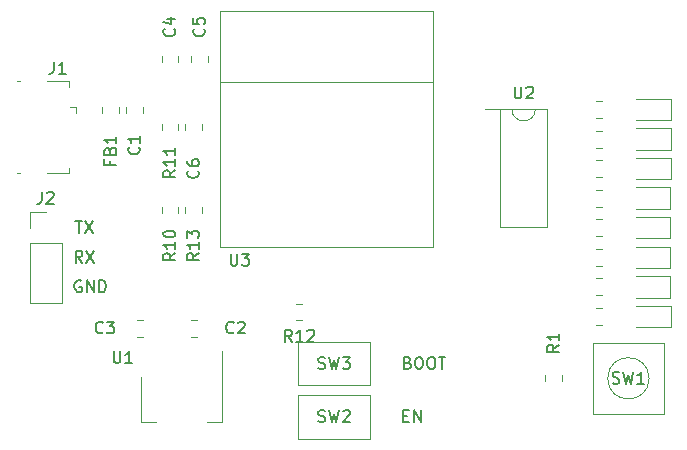
<source format=gbr>
G04 #@! TF.GenerationSoftware,KiCad,Pcbnew,(5.1.4)-1*
G04 #@! TF.CreationDate,2019-11-22T12:20:50+01:00*
G04 #@! TF.ProjectId,PacketVis,5061636b-6574-4566-9973-2e6b69636164,A01*
G04 #@! TF.SameCoordinates,Original*
G04 #@! TF.FileFunction,Legend,Top*
G04 #@! TF.FilePolarity,Positive*
%FSLAX46Y46*%
G04 Gerber Fmt 4.6, Leading zero omitted, Abs format (unit mm)*
G04 Created by KiCad (PCBNEW (5.1.4)-1) date 2019-11-22 12:20:50*
%MOMM*%
%LPD*%
G04 APERTURE LIST*
%ADD10C,0.150000*%
%ADD11C,0.200000*%
%ADD12C,0.120000*%
G04 APERTURE END LIST*
D10*
X187668095Y-98500000D02*
X187572857Y-98452380D01*
X187430000Y-98452380D01*
X187287142Y-98500000D01*
X187191904Y-98595238D01*
X187144285Y-98690476D01*
X187096666Y-98880952D01*
X187096666Y-99023809D01*
X187144285Y-99214285D01*
X187191904Y-99309523D01*
X187287142Y-99404761D01*
X187430000Y-99452380D01*
X187525238Y-99452380D01*
X187668095Y-99404761D01*
X187715714Y-99357142D01*
X187715714Y-99023809D01*
X187525238Y-99023809D01*
X188144285Y-99452380D02*
X188144285Y-98452380D01*
X188715714Y-99452380D01*
X188715714Y-98452380D01*
X189191904Y-99452380D02*
X189191904Y-98452380D01*
X189430000Y-98452380D01*
X189572857Y-98500000D01*
X189668095Y-98595238D01*
X189715714Y-98690476D01*
X189763333Y-98880952D01*
X189763333Y-99023809D01*
X189715714Y-99214285D01*
X189668095Y-99309523D01*
X189572857Y-99404761D01*
X189430000Y-99452380D01*
X189191904Y-99452380D01*
X187763333Y-96952380D02*
X187430000Y-96476190D01*
X187191904Y-96952380D02*
X187191904Y-95952380D01*
X187572857Y-95952380D01*
X187668095Y-96000000D01*
X187715714Y-96047619D01*
X187763333Y-96142857D01*
X187763333Y-96285714D01*
X187715714Y-96380952D01*
X187668095Y-96428571D01*
X187572857Y-96476190D01*
X187191904Y-96476190D01*
X188096666Y-95952380D02*
X188763333Y-96952380D01*
X188763333Y-95952380D02*
X188096666Y-96952380D01*
X187168095Y-93452380D02*
X187739523Y-93452380D01*
X187453809Y-94452380D02*
X187453809Y-93452380D01*
X187977619Y-93452380D02*
X188644285Y-94452380D01*
X188644285Y-93452380D02*
X187977619Y-94452380D01*
D11*
X214941904Y-109928571D02*
X215275238Y-109928571D01*
X215418095Y-110452380D02*
X214941904Y-110452380D01*
X214941904Y-109452380D01*
X215418095Y-109452380D01*
X215846666Y-110452380D02*
X215846666Y-109452380D01*
X216418095Y-110452380D01*
X216418095Y-109452380D01*
X215322857Y-105428571D02*
X215465714Y-105476190D01*
X215513333Y-105523809D01*
X215560952Y-105619047D01*
X215560952Y-105761904D01*
X215513333Y-105857142D01*
X215465714Y-105904761D01*
X215370476Y-105952380D01*
X214989523Y-105952380D01*
X214989523Y-104952380D01*
X215322857Y-104952380D01*
X215418095Y-105000000D01*
X215465714Y-105047619D01*
X215513333Y-105142857D01*
X215513333Y-105238095D01*
X215465714Y-105333333D01*
X215418095Y-105380952D01*
X215322857Y-105428571D01*
X214989523Y-105428571D01*
X216180000Y-104952380D02*
X216370476Y-104952380D01*
X216465714Y-105000000D01*
X216560952Y-105095238D01*
X216608571Y-105285714D01*
X216608571Y-105619047D01*
X216560952Y-105809523D01*
X216465714Y-105904761D01*
X216370476Y-105952380D01*
X216180000Y-105952380D01*
X216084761Y-105904761D01*
X215989523Y-105809523D01*
X215941904Y-105619047D01*
X215941904Y-105285714D01*
X215989523Y-105095238D01*
X216084761Y-105000000D01*
X216180000Y-104952380D01*
X217227619Y-104952380D02*
X217418095Y-104952380D01*
X217513333Y-105000000D01*
X217608571Y-105095238D01*
X217656190Y-105285714D01*
X217656190Y-105619047D01*
X217608571Y-105809523D01*
X217513333Y-105904761D01*
X217418095Y-105952380D01*
X217227619Y-105952380D01*
X217132380Y-105904761D01*
X217037142Y-105809523D01*
X216989523Y-105619047D01*
X216989523Y-105285714D01*
X217037142Y-105095238D01*
X217132380Y-105000000D01*
X217227619Y-104952380D01*
X217941904Y-104952380D02*
X218513333Y-104952380D01*
X218227619Y-105952380D02*
X218227619Y-104952380D01*
D12*
X199430000Y-81650000D02*
X217430000Y-81650000D01*
X217430000Y-75650000D02*
X199430000Y-75650000D01*
X217430000Y-95650000D02*
X217430000Y-75650000D01*
X199430000Y-95650000D02*
X217430000Y-95650000D01*
X199430000Y-75650000D02*
X199430000Y-95650000D01*
X223130000Y-83945000D02*
X221880000Y-83945000D01*
X226130000Y-83945000D02*
G75*
G02X224130000Y-83945000I-1000000J0D01*
G01*
X223130000Y-93945000D02*
X223130000Y-83945000D01*
X223130000Y-83945000D02*
X227130000Y-83945000D01*
X227130000Y-83945000D02*
X227130000Y-93945000D01*
X227130000Y-93945000D02*
X223130000Y-93945000D01*
X206030000Y-107350000D02*
X206030000Y-103650000D01*
X206030000Y-103650000D02*
X212130000Y-103650000D01*
X212130000Y-103650000D02*
X212130000Y-107350000D01*
X212130000Y-107350000D02*
X206030000Y-107350000D01*
X209080000Y-103650000D02*
X212130000Y-103650000D01*
X206030000Y-111850000D02*
X206030000Y-108150000D01*
X206030000Y-108150000D02*
X212130000Y-108150000D01*
X212130000Y-108150000D02*
X212130000Y-111850000D01*
X212130000Y-111850000D02*
X206030000Y-111850000D01*
X209080000Y-108150000D02*
X212130000Y-108150000D01*
X231000000Y-103750000D02*
X237000000Y-103750000D01*
X237000000Y-103750000D02*
X237000000Y-109750000D01*
X231000000Y-109750000D02*
X231000000Y-103750000D01*
X235750000Y-106750000D02*
G75*
G03X235750000Y-106750000I-1750000J0D01*
G01*
X237000000Y-109750000D02*
X231000000Y-109750000D01*
X189470000Y-83741422D02*
X189470000Y-84258578D01*
X190890000Y-83741422D02*
X190890000Y-84258578D01*
X199590000Y-104400000D02*
X199590000Y-110410000D01*
X192770000Y-106650000D02*
X192770000Y-110410000D01*
X199590000Y-110410000D02*
X198330000Y-110410000D01*
X192770000Y-110410000D02*
X194030000Y-110410000D01*
X195890000Y-92758578D02*
X195890000Y-92241422D01*
X194470000Y-92758578D02*
X194470000Y-92241422D01*
X228390000Y-107008578D02*
X228390000Y-106491422D01*
X226970000Y-107008578D02*
X226970000Y-106491422D01*
X195890000Y-85758578D02*
X195890000Y-85241422D01*
X194470000Y-85758578D02*
X194470000Y-85241422D01*
X196470000Y-92241422D02*
X196470000Y-92758578D01*
X197890000Y-92241422D02*
X197890000Y-92758578D01*
X206388578Y-100420000D02*
X205871422Y-100420000D01*
X206388578Y-101840000D02*
X205871422Y-101840000D01*
X183350000Y-92670000D02*
X184680000Y-92670000D01*
X183350000Y-94000000D02*
X183350000Y-92670000D01*
X183350000Y-95270000D02*
X186010000Y-95270000D01*
X186010000Y-95270000D02*
X186010000Y-100410000D01*
X183350000Y-95270000D02*
X183350000Y-100410000D01*
X183350000Y-100410000D02*
X186010000Y-100410000D01*
X187192500Y-83800000D02*
X186742500Y-83800000D01*
X187192500Y-83800000D02*
X187192500Y-84250000D01*
X186642500Y-89400000D02*
X186642500Y-88950000D01*
X184792500Y-89400000D02*
X186642500Y-89400000D01*
X182242500Y-81600000D02*
X182492500Y-81600000D01*
X182242500Y-89400000D02*
X182492500Y-89400000D01*
X184792500Y-81600000D02*
X186642500Y-81600000D01*
X186642500Y-81600000D02*
X186642500Y-82050000D01*
X196983922Y-103210000D02*
X197501078Y-103210000D01*
X196983922Y-101790000D02*
X197501078Y-101790000D01*
X196470000Y-85241422D02*
X196470000Y-85758578D01*
X197890000Y-85241422D02*
X197890000Y-85758578D01*
X192938578Y-101790000D02*
X192421422Y-101790000D01*
X192938578Y-103210000D02*
X192421422Y-103210000D01*
X191470000Y-83741422D02*
X191470000Y-84258578D01*
X192890000Y-83741422D02*
X192890000Y-84258578D01*
X198390000Y-80008578D02*
X198390000Y-79491422D01*
X196970000Y-80008578D02*
X196970000Y-79491422D01*
X195890000Y-80008578D02*
X195890000Y-79491422D01*
X194470000Y-80008578D02*
X194470000Y-79491422D01*
X231251422Y-102210000D02*
X231768578Y-102210000D01*
X231251422Y-100790000D02*
X231768578Y-100790000D01*
X231251422Y-99710000D02*
X231768578Y-99710000D01*
X231251422Y-98290000D02*
X231768578Y-98290000D01*
X231251422Y-97210000D02*
X231768578Y-97210000D01*
X231251422Y-95790000D02*
X231768578Y-95790000D01*
X231251422Y-94710000D02*
X231768578Y-94710000D01*
X231251422Y-93290000D02*
X231768578Y-93290000D01*
X231251422Y-92210000D02*
X231768578Y-92210000D01*
X231251422Y-90790000D02*
X231768578Y-90790000D01*
X231251422Y-89710000D02*
X231768578Y-89710000D01*
X231251422Y-88290000D02*
X231768578Y-88290000D01*
X231251422Y-87210000D02*
X231768578Y-87210000D01*
X231251422Y-85790000D02*
X231768578Y-85790000D01*
X231251422Y-84710000D02*
X231768578Y-84710000D01*
X231251422Y-83290000D02*
X231768578Y-83290000D01*
X237565000Y-83090000D02*
X234680000Y-83090000D01*
X237565000Y-84910000D02*
X237565000Y-83090000D01*
X234680000Y-84910000D02*
X237565000Y-84910000D01*
X237565000Y-100590000D02*
X234680000Y-100590000D01*
X237565000Y-102410000D02*
X237565000Y-100590000D01*
X234680000Y-102410000D02*
X237565000Y-102410000D01*
X237527500Y-98090000D02*
X234642500Y-98090000D01*
X237527500Y-99910000D02*
X237527500Y-98090000D01*
X234642500Y-99910000D02*
X237527500Y-99910000D01*
X237527500Y-95590000D02*
X234642500Y-95590000D01*
X237527500Y-97410000D02*
X237527500Y-95590000D01*
X234642500Y-97410000D02*
X237527500Y-97410000D01*
X237527500Y-93090000D02*
X234642500Y-93090000D01*
X237527500Y-94910000D02*
X237527500Y-93090000D01*
X234642500Y-94910000D02*
X237527500Y-94910000D01*
X237527500Y-90590000D02*
X234642500Y-90590000D01*
X237527500Y-92410000D02*
X237527500Y-90590000D01*
X234642500Y-92410000D02*
X237527500Y-92410000D01*
X237565000Y-88090000D02*
X234680000Y-88090000D01*
X237565000Y-89910000D02*
X237565000Y-88090000D01*
X234680000Y-89910000D02*
X237565000Y-89910000D01*
X237565000Y-85590000D02*
X234680000Y-85590000D01*
X237565000Y-87410000D02*
X237565000Y-85590000D01*
X234680000Y-87410000D02*
X237565000Y-87410000D01*
D10*
X200318095Y-96202380D02*
X200318095Y-97011904D01*
X200365714Y-97107142D01*
X200413333Y-97154761D01*
X200508571Y-97202380D01*
X200699047Y-97202380D01*
X200794285Y-97154761D01*
X200841904Y-97107142D01*
X200889523Y-97011904D01*
X200889523Y-96202380D01*
X201270476Y-96202380D02*
X201889523Y-96202380D01*
X201556190Y-96583333D01*
X201699047Y-96583333D01*
X201794285Y-96630952D01*
X201841904Y-96678571D01*
X201889523Y-96773809D01*
X201889523Y-97011904D01*
X201841904Y-97107142D01*
X201794285Y-97154761D01*
X201699047Y-97202380D01*
X201413333Y-97202380D01*
X201318095Y-97154761D01*
X201270476Y-97107142D01*
X224368095Y-82047380D02*
X224368095Y-82856904D01*
X224415714Y-82952142D01*
X224463333Y-82999761D01*
X224558571Y-83047380D01*
X224749047Y-83047380D01*
X224844285Y-82999761D01*
X224891904Y-82952142D01*
X224939523Y-82856904D01*
X224939523Y-82047380D01*
X225368095Y-82142619D02*
X225415714Y-82095000D01*
X225510952Y-82047380D01*
X225749047Y-82047380D01*
X225844285Y-82095000D01*
X225891904Y-82142619D01*
X225939523Y-82237857D01*
X225939523Y-82333095D01*
X225891904Y-82475952D01*
X225320476Y-83047380D01*
X225939523Y-83047380D01*
X207746666Y-105904761D02*
X207889523Y-105952380D01*
X208127619Y-105952380D01*
X208222857Y-105904761D01*
X208270476Y-105857142D01*
X208318095Y-105761904D01*
X208318095Y-105666666D01*
X208270476Y-105571428D01*
X208222857Y-105523809D01*
X208127619Y-105476190D01*
X207937142Y-105428571D01*
X207841904Y-105380952D01*
X207794285Y-105333333D01*
X207746666Y-105238095D01*
X207746666Y-105142857D01*
X207794285Y-105047619D01*
X207841904Y-105000000D01*
X207937142Y-104952380D01*
X208175238Y-104952380D01*
X208318095Y-105000000D01*
X208651428Y-104952380D02*
X208889523Y-105952380D01*
X209080000Y-105238095D01*
X209270476Y-105952380D01*
X209508571Y-104952380D01*
X209794285Y-104952380D02*
X210413333Y-104952380D01*
X210080000Y-105333333D01*
X210222857Y-105333333D01*
X210318095Y-105380952D01*
X210365714Y-105428571D01*
X210413333Y-105523809D01*
X210413333Y-105761904D01*
X210365714Y-105857142D01*
X210318095Y-105904761D01*
X210222857Y-105952380D01*
X209937142Y-105952380D01*
X209841904Y-105904761D01*
X209794285Y-105857142D01*
X207746666Y-110404761D02*
X207889523Y-110452380D01*
X208127619Y-110452380D01*
X208222857Y-110404761D01*
X208270476Y-110357142D01*
X208318095Y-110261904D01*
X208318095Y-110166666D01*
X208270476Y-110071428D01*
X208222857Y-110023809D01*
X208127619Y-109976190D01*
X207937142Y-109928571D01*
X207841904Y-109880952D01*
X207794285Y-109833333D01*
X207746666Y-109738095D01*
X207746666Y-109642857D01*
X207794285Y-109547619D01*
X207841904Y-109500000D01*
X207937142Y-109452380D01*
X208175238Y-109452380D01*
X208318095Y-109500000D01*
X208651428Y-109452380D02*
X208889523Y-110452380D01*
X209080000Y-109738095D01*
X209270476Y-110452380D01*
X209508571Y-109452380D01*
X209841904Y-109547619D02*
X209889523Y-109500000D01*
X209984761Y-109452380D01*
X210222857Y-109452380D01*
X210318095Y-109500000D01*
X210365714Y-109547619D01*
X210413333Y-109642857D01*
X210413333Y-109738095D01*
X210365714Y-109880952D01*
X209794285Y-110452380D01*
X210413333Y-110452380D01*
X232666666Y-107154761D02*
X232809523Y-107202380D01*
X233047619Y-107202380D01*
X233142857Y-107154761D01*
X233190476Y-107107142D01*
X233238095Y-107011904D01*
X233238095Y-106916666D01*
X233190476Y-106821428D01*
X233142857Y-106773809D01*
X233047619Y-106726190D01*
X232857142Y-106678571D01*
X232761904Y-106630952D01*
X232714285Y-106583333D01*
X232666666Y-106488095D01*
X232666666Y-106392857D01*
X232714285Y-106297619D01*
X232761904Y-106250000D01*
X232857142Y-106202380D01*
X233095238Y-106202380D01*
X233238095Y-106250000D01*
X233571428Y-106202380D02*
X233809523Y-107202380D01*
X234000000Y-106488095D01*
X234190476Y-107202380D01*
X234428571Y-106202380D01*
X235333333Y-107202380D02*
X234761904Y-107202380D01*
X235047619Y-107202380D02*
X235047619Y-106202380D01*
X234952380Y-106345238D01*
X234857142Y-106440476D01*
X234761904Y-106488095D01*
X190108571Y-88333333D02*
X190108571Y-88666666D01*
X190632380Y-88666666D02*
X189632380Y-88666666D01*
X189632380Y-88190476D01*
X190108571Y-87476190D02*
X190156190Y-87333333D01*
X190203809Y-87285714D01*
X190299047Y-87238095D01*
X190441904Y-87238095D01*
X190537142Y-87285714D01*
X190584761Y-87333333D01*
X190632380Y-87428571D01*
X190632380Y-87809523D01*
X189632380Y-87809523D01*
X189632380Y-87476190D01*
X189680000Y-87380952D01*
X189727619Y-87333333D01*
X189822857Y-87285714D01*
X189918095Y-87285714D01*
X190013333Y-87333333D01*
X190060952Y-87380952D01*
X190108571Y-87476190D01*
X190108571Y-87809523D01*
X190632380Y-86285714D02*
X190632380Y-86857142D01*
X190632380Y-86571428D02*
X189632380Y-86571428D01*
X189775238Y-86666666D01*
X189870476Y-86761904D01*
X189918095Y-86857142D01*
X190418095Y-104452380D02*
X190418095Y-105261904D01*
X190465714Y-105357142D01*
X190513333Y-105404761D01*
X190608571Y-105452380D01*
X190799047Y-105452380D01*
X190894285Y-105404761D01*
X190941904Y-105357142D01*
X190989523Y-105261904D01*
X190989523Y-104452380D01*
X191989523Y-105452380D02*
X191418095Y-105452380D01*
X191703809Y-105452380D02*
X191703809Y-104452380D01*
X191608571Y-104595238D01*
X191513333Y-104690476D01*
X191418095Y-104738095D01*
X195632380Y-96142857D02*
X195156190Y-96476190D01*
X195632380Y-96714285D02*
X194632380Y-96714285D01*
X194632380Y-96333333D01*
X194680000Y-96238095D01*
X194727619Y-96190476D01*
X194822857Y-96142857D01*
X194965714Y-96142857D01*
X195060952Y-96190476D01*
X195108571Y-96238095D01*
X195156190Y-96333333D01*
X195156190Y-96714285D01*
X195632380Y-95190476D02*
X195632380Y-95761904D01*
X195632380Y-95476190D02*
X194632380Y-95476190D01*
X194775238Y-95571428D01*
X194870476Y-95666666D01*
X194918095Y-95761904D01*
X194632380Y-94571428D02*
X194632380Y-94476190D01*
X194680000Y-94380952D01*
X194727619Y-94333333D01*
X194822857Y-94285714D01*
X195013333Y-94238095D01*
X195251428Y-94238095D01*
X195441904Y-94285714D01*
X195537142Y-94333333D01*
X195584761Y-94380952D01*
X195632380Y-94476190D01*
X195632380Y-94571428D01*
X195584761Y-94666666D01*
X195537142Y-94714285D01*
X195441904Y-94761904D01*
X195251428Y-94809523D01*
X195013333Y-94809523D01*
X194822857Y-94761904D01*
X194727619Y-94714285D01*
X194680000Y-94666666D01*
X194632380Y-94571428D01*
X228132380Y-103916666D02*
X227656190Y-104250000D01*
X228132380Y-104488095D02*
X227132380Y-104488095D01*
X227132380Y-104107142D01*
X227180000Y-104011904D01*
X227227619Y-103964285D01*
X227322857Y-103916666D01*
X227465714Y-103916666D01*
X227560952Y-103964285D01*
X227608571Y-104011904D01*
X227656190Y-104107142D01*
X227656190Y-104488095D01*
X228132380Y-102964285D02*
X228132380Y-103535714D01*
X228132380Y-103250000D02*
X227132380Y-103250000D01*
X227275238Y-103345238D01*
X227370476Y-103440476D01*
X227418095Y-103535714D01*
X195632380Y-89142857D02*
X195156190Y-89476190D01*
X195632380Y-89714285D02*
X194632380Y-89714285D01*
X194632380Y-89333333D01*
X194680000Y-89238095D01*
X194727619Y-89190476D01*
X194822857Y-89142857D01*
X194965714Y-89142857D01*
X195060952Y-89190476D01*
X195108571Y-89238095D01*
X195156190Y-89333333D01*
X195156190Y-89714285D01*
X195632380Y-88190476D02*
X195632380Y-88761904D01*
X195632380Y-88476190D02*
X194632380Y-88476190D01*
X194775238Y-88571428D01*
X194870476Y-88666666D01*
X194918095Y-88761904D01*
X195632380Y-87238095D02*
X195632380Y-87809523D01*
X195632380Y-87523809D02*
X194632380Y-87523809D01*
X194775238Y-87619047D01*
X194870476Y-87714285D01*
X194918095Y-87809523D01*
X197632380Y-96142857D02*
X197156190Y-96476190D01*
X197632380Y-96714285D02*
X196632380Y-96714285D01*
X196632380Y-96333333D01*
X196680000Y-96238095D01*
X196727619Y-96190476D01*
X196822857Y-96142857D01*
X196965714Y-96142857D01*
X197060952Y-96190476D01*
X197108571Y-96238095D01*
X197156190Y-96333333D01*
X197156190Y-96714285D01*
X197632380Y-95190476D02*
X197632380Y-95761904D01*
X197632380Y-95476190D02*
X196632380Y-95476190D01*
X196775238Y-95571428D01*
X196870476Y-95666666D01*
X196918095Y-95761904D01*
X196632380Y-94857142D02*
X196632380Y-94238095D01*
X197013333Y-94571428D01*
X197013333Y-94428571D01*
X197060952Y-94333333D01*
X197108571Y-94285714D01*
X197203809Y-94238095D01*
X197441904Y-94238095D01*
X197537142Y-94285714D01*
X197584761Y-94333333D01*
X197632380Y-94428571D01*
X197632380Y-94714285D01*
X197584761Y-94809523D01*
X197537142Y-94857142D01*
X205487142Y-103652380D02*
X205153809Y-103176190D01*
X204915714Y-103652380D02*
X204915714Y-102652380D01*
X205296666Y-102652380D01*
X205391904Y-102700000D01*
X205439523Y-102747619D01*
X205487142Y-102842857D01*
X205487142Y-102985714D01*
X205439523Y-103080952D01*
X205391904Y-103128571D01*
X205296666Y-103176190D01*
X204915714Y-103176190D01*
X206439523Y-103652380D02*
X205868095Y-103652380D01*
X206153809Y-103652380D02*
X206153809Y-102652380D01*
X206058571Y-102795238D01*
X205963333Y-102890476D01*
X205868095Y-102938095D01*
X206820476Y-102747619D02*
X206868095Y-102700000D01*
X206963333Y-102652380D01*
X207201428Y-102652380D01*
X207296666Y-102700000D01*
X207344285Y-102747619D01*
X207391904Y-102842857D01*
X207391904Y-102938095D01*
X207344285Y-103080952D01*
X206772857Y-103652380D01*
X207391904Y-103652380D01*
X184346666Y-90952380D02*
X184346666Y-91666666D01*
X184299047Y-91809523D01*
X184203809Y-91904761D01*
X184060952Y-91952380D01*
X183965714Y-91952380D01*
X184775238Y-91047619D02*
X184822857Y-91000000D01*
X184918095Y-90952380D01*
X185156190Y-90952380D01*
X185251428Y-91000000D01*
X185299047Y-91047619D01*
X185346666Y-91142857D01*
X185346666Y-91238095D01*
X185299047Y-91380952D01*
X184727619Y-91952380D01*
X185346666Y-91952380D01*
X185346666Y-79952380D02*
X185346666Y-80666666D01*
X185299047Y-80809523D01*
X185203809Y-80904761D01*
X185060952Y-80952380D01*
X184965714Y-80952380D01*
X186346666Y-80952380D02*
X185775238Y-80952380D01*
X186060952Y-80952380D02*
X186060952Y-79952380D01*
X185965714Y-80095238D01*
X185870476Y-80190476D01*
X185775238Y-80238095D01*
X200575833Y-102857142D02*
X200528214Y-102904761D01*
X200385357Y-102952380D01*
X200290119Y-102952380D01*
X200147261Y-102904761D01*
X200052023Y-102809523D01*
X200004404Y-102714285D01*
X199956785Y-102523809D01*
X199956785Y-102380952D01*
X200004404Y-102190476D01*
X200052023Y-102095238D01*
X200147261Y-102000000D01*
X200290119Y-101952380D01*
X200385357Y-101952380D01*
X200528214Y-102000000D01*
X200575833Y-102047619D01*
X200956785Y-102047619D02*
X201004404Y-102000000D01*
X201099642Y-101952380D01*
X201337738Y-101952380D01*
X201432976Y-102000000D01*
X201480595Y-102047619D01*
X201528214Y-102142857D01*
X201528214Y-102238095D01*
X201480595Y-102380952D01*
X200909166Y-102952380D01*
X201528214Y-102952380D01*
X197537142Y-89166666D02*
X197584761Y-89214285D01*
X197632380Y-89357142D01*
X197632380Y-89452380D01*
X197584761Y-89595238D01*
X197489523Y-89690476D01*
X197394285Y-89738095D01*
X197203809Y-89785714D01*
X197060952Y-89785714D01*
X196870476Y-89738095D01*
X196775238Y-89690476D01*
X196680000Y-89595238D01*
X196632380Y-89452380D01*
X196632380Y-89357142D01*
X196680000Y-89214285D01*
X196727619Y-89166666D01*
X196632380Y-88309523D02*
X196632380Y-88500000D01*
X196680000Y-88595238D01*
X196727619Y-88642857D01*
X196870476Y-88738095D01*
X197060952Y-88785714D01*
X197441904Y-88785714D01*
X197537142Y-88738095D01*
X197584761Y-88690476D01*
X197632380Y-88595238D01*
X197632380Y-88404761D01*
X197584761Y-88309523D01*
X197537142Y-88261904D01*
X197441904Y-88214285D01*
X197203809Y-88214285D01*
X197108571Y-88261904D01*
X197060952Y-88309523D01*
X197013333Y-88404761D01*
X197013333Y-88595238D01*
X197060952Y-88690476D01*
X197108571Y-88738095D01*
X197203809Y-88785714D01*
X189513333Y-102857142D02*
X189465714Y-102904761D01*
X189322857Y-102952380D01*
X189227619Y-102952380D01*
X189084761Y-102904761D01*
X188989523Y-102809523D01*
X188941904Y-102714285D01*
X188894285Y-102523809D01*
X188894285Y-102380952D01*
X188941904Y-102190476D01*
X188989523Y-102095238D01*
X189084761Y-102000000D01*
X189227619Y-101952380D01*
X189322857Y-101952380D01*
X189465714Y-102000000D01*
X189513333Y-102047619D01*
X189846666Y-101952380D02*
X190465714Y-101952380D01*
X190132380Y-102333333D01*
X190275238Y-102333333D01*
X190370476Y-102380952D01*
X190418095Y-102428571D01*
X190465714Y-102523809D01*
X190465714Y-102761904D01*
X190418095Y-102857142D01*
X190370476Y-102904761D01*
X190275238Y-102952380D01*
X189989523Y-102952380D01*
X189894285Y-102904761D01*
X189846666Y-102857142D01*
X192537142Y-87166666D02*
X192584761Y-87214285D01*
X192632380Y-87357142D01*
X192632380Y-87452380D01*
X192584761Y-87595238D01*
X192489523Y-87690476D01*
X192394285Y-87738095D01*
X192203809Y-87785714D01*
X192060952Y-87785714D01*
X191870476Y-87738095D01*
X191775238Y-87690476D01*
X191680000Y-87595238D01*
X191632380Y-87452380D01*
X191632380Y-87357142D01*
X191680000Y-87214285D01*
X191727619Y-87166666D01*
X192632380Y-86214285D02*
X192632380Y-86785714D01*
X192632380Y-86500000D02*
X191632380Y-86500000D01*
X191775238Y-86595238D01*
X191870476Y-86690476D01*
X191918095Y-86785714D01*
X198037142Y-77166666D02*
X198084761Y-77214285D01*
X198132380Y-77357142D01*
X198132380Y-77452380D01*
X198084761Y-77595238D01*
X197989523Y-77690476D01*
X197894285Y-77738095D01*
X197703809Y-77785714D01*
X197560952Y-77785714D01*
X197370476Y-77738095D01*
X197275238Y-77690476D01*
X197180000Y-77595238D01*
X197132380Y-77452380D01*
X197132380Y-77357142D01*
X197180000Y-77214285D01*
X197227619Y-77166666D01*
X197132380Y-76261904D02*
X197132380Y-76738095D01*
X197608571Y-76785714D01*
X197560952Y-76738095D01*
X197513333Y-76642857D01*
X197513333Y-76404761D01*
X197560952Y-76309523D01*
X197608571Y-76261904D01*
X197703809Y-76214285D01*
X197941904Y-76214285D01*
X198037142Y-76261904D01*
X198084761Y-76309523D01*
X198132380Y-76404761D01*
X198132380Y-76642857D01*
X198084761Y-76738095D01*
X198037142Y-76785714D01*
X195537142Y-77166666D02*
X195584761Y-77214285D01*
X195632380Y-77357142D01*
X195632380Y-77452380D01*
X195584761Y-77595238D01*
X195489523Y-77690476D01*
X195394285Y-77738095D01*
X195203809Y-77785714D01*
X195060952Y-77785714D01*
X194870476Y-77738095D01*
X194775238Y-77690476D01*
X194680000Y-77595238D01*
X194632380Y-77452380D01*
X194632380Y-77357142D01*
X194680000Y-77214285D01*
X194727619Y-77166666D01*
X194965714Y-76309523D02*
X195632380Y-76309523D01*
X194584761Y-76547619D02*
X195299047Y-76785714D01*
X195299047Y-76166666D01*
M02*

</source>
